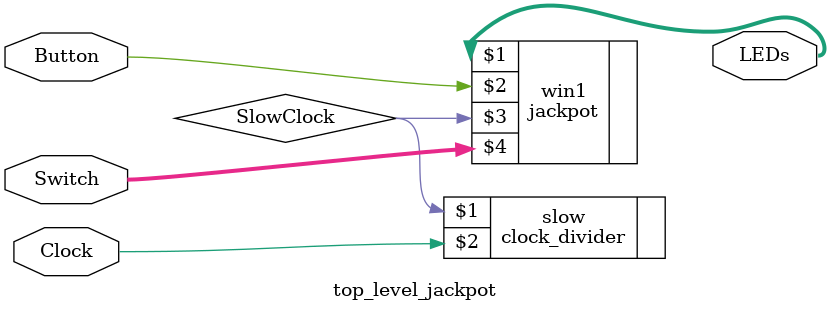
<source format=v>



module top_level_jackpot(LEDs, Switch, Button, Clock);

    output wire [3:0] LEDs; // counter is on the led
    input wire [3:0] Switch; // enables the counting up
    input wire Button; // 
    input wire Clock;
    
    wire SlowClock;
    
    jackpot win1(LEDs, Button, SlowClock, Switch);
    clock_divider slow(SlowClock, Clock);
    
endmodule
</source>
